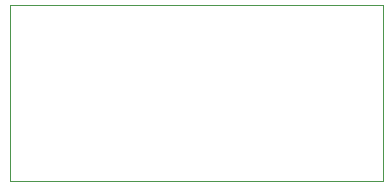
<source format=gbr>
%TF.GenerationSoftware,KiCad,Pcbnew,9.0.2*%
%TF.CreationDate,2025-07-04T11:51:32+02:00*%
%TF.ProjectId,WiFi_1YN,57694669-5f31-4594-9e2e-6b696361645f,rev?*%
%TF.SameCoordinates,Original*%
%TF.FileFunction,Profile,NP*%
%FSLAX46Y46*%
G04 Gerber Fmt 4.6, Leading zero omitted, Abs format (unit mm)*
G04 Created by KiCad (PCBNEW 9.0.2) date 2025-07-04 11:51:32*
%MOMM*%
%LPD*%
G01*
G04 APERTURE LIST*
%TA.AperFunction,Profile*%
%ADD10C,0.050000*%
%TD*%
G04 APERTURE END LIST*
D10*
X188506000Y-60870000D02*
X220100000Y-60870000D01*
X220100000Y-75802600D01*
X188506000Y-75802600D01*
X188506000Y-60870000D01*
M02*

</source>
